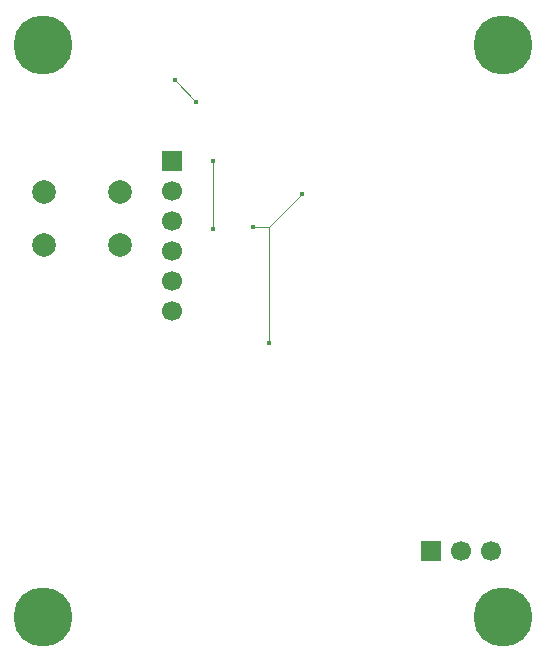
<source format=gbr>
%TF.GenerationSoftware,KiCad,Pcbnew,9.0.5*%
%TF.CreationDate,2025-10-31T15:40:08+01:00*%
%TF.ProjectId,ATMEGA32_evaluation_board,41544d45-4741-4333-925f-6576616c7561,rev?*%
%TF.SameCoordinates,Original*%
%TF.FileFunction,Copper,L4,Bot*%
%TF.FilePolarity,Positive*%
%FSLAX46Y46*%
G04 Gerber Fmt 4.6, Leading zero omitted, Abs format (unit mm)*
G04 Created by KiCad (PCBNEW 9.0.5) date 2025-10-31 15:40:08*
%MOMM*%
%LPD*%
G01*
G04 APERTURE LIST*
%TA.AperFunction,ComponentPad*%
%ADD10C,2.000000*%
%TD*%
%TA.AperFunction,ComponentPad*%
%ADD11C,5.000000*%
%TD*%
%TA.AperFunction,ComponentPad*%
%ADD12R,1.700000X1.700000*%
%TD*%
%TA.AperFunction,ComponentPad*%
%ADD13C,1.700000*%
%TD*%
%TA.AperFunction,ViaPad*%
%ADD14C,0.400000*%
%TD*%
%TA.AperFunction,Conductor*%
%ADD15C,0.100000*%
%TD*%
G04 APERTURE END LIST*
D10*
%TO.P,SW1,1,1*%
%TO.N,Net-(C20-Pad2)*%
X116900000Y-83200000D03*
X123400000Y-83200000D03*
%TO.P,SW1,2,2*%
%TO.N,RST*%
X116900000Y-87700000D03*
X123400000Y-87700000D03*
%TD*%
D11*
%TO.P,H1,1,1*%
%TO.N,GNDD*%
X155800000Y-70800000D03*
%TD*%
%TO.P,H3,1,1*%
%TO.N,GNDD*%
X116800000Y-119200000D03*
%TD*%
D12*
%TO.P,J2,1,Pin_1*%
%TO.N,PB5*%
X127800000Y-80600000D03*
D13*
%TO.P,J2,2,Pin_2*%
%TO.N,PB6*%
X127800000Y-83140000D03*
%TO.P,J2,3,Pin_3*%
%TO.N,PB7*%
X127800000Y-85680000D03*
%TO.P,J2,4,Pin_4*%
%TO.N,RST*%
X127800000Y-88220000D03*
%TO.P,J2,5,Pin_5*%
%TO.N,+3V3D*%
X127800000Y-90760000D03*
%TO.P,J2,6,Pin_6*%
%TO.N,GNDD*%
X127800000Y-93300000D03*
%TD*%
D12*
%TO.P,J1,1*%
%TO.N,+9VD*%
X149660000Y-113600000D03*
D13*
%TO.P,J1,2*%
%TO.N,GNDD*%
X152200000Y-113600000D03*
%TO.P,J1,3*%
X154740000Y-113600000D03*
%TD*%
D11*
%TO.P,H2,1,1*%
%TO.N,GNDD*%
X155800000Y-119200000D03*
%TD*%
%TO.P,H4,1,1*%
%TO.N,GNDD*%
X116800000Y-70800000D03*
%TD*%
D14*
%TO.N,+3V3D*%
X134600000Y-86200000D03*
X131200000Y-86400000D03*
X138800000Y-83400000D03*
X136000000Y-96000000D03*
X131200000Y-80600000D03*
X129800000Y-75600000D03*
X128000000Y-73800000D03*
%TD*%
D15*
%TO.N,+3V3D*%
X136000000Y-86200000D02*
X136000000Y-96000000D01*
X131200000Y-80600000D02*
X131200000Y-86400000D01*
X128000000Y-73800000D02*
X129800000Y-75600000D01*
X136000000Y-86200000D02*
X138800000Y-83400000D01*
X134600000Y-86200000D02*
X136000000Y-86200000D01*
%TD*%
M02*

</source>
